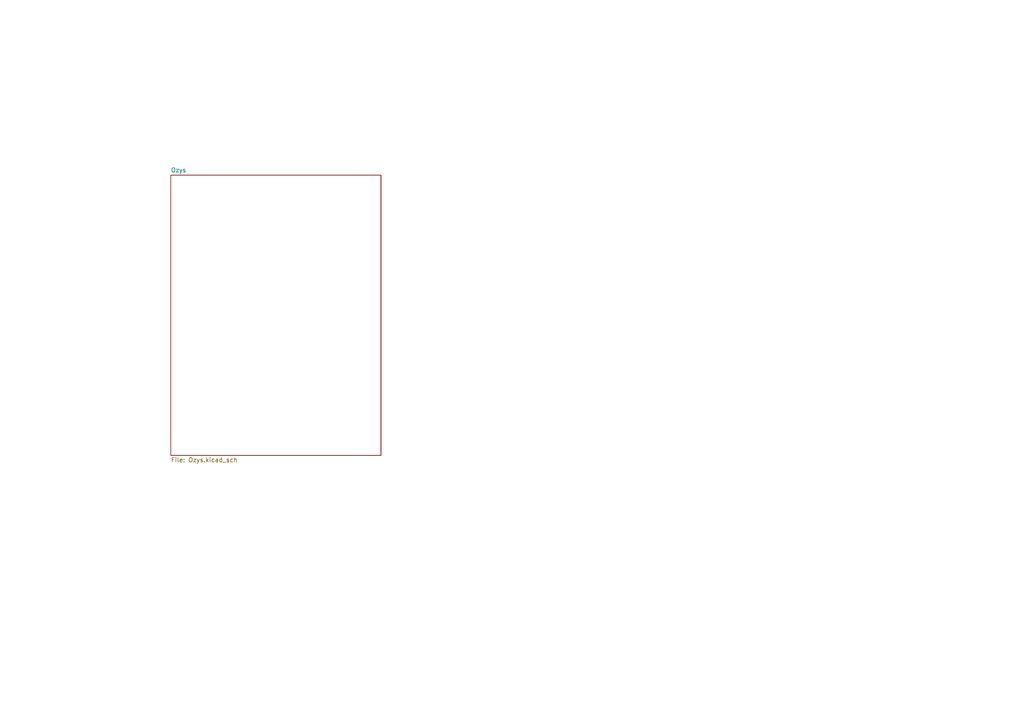
<source format=kicad_sch>
(kicad_sch
	(version 20231120)
	(generator "eeschema")
	(generator_version "8.0")
	(uuid "c13c867e-6e7c-48dd-82ed-469b98ba6beb")
	(paper "A4")
	(lib_symbols)
	(sheet
		(at 49.53 50.8)
		(size 60.96 81.28)
		(fields_autoplaced yes)
		(stroke
			(width 0.1524)
			(type solid)
		)
		(fill
			(color 0 0 0 0.0000)
		)
		(uuid "f6677e1d-2e58-46fd-b64d-3824f7e6308f")
		(property "Sheetname" "Ozys"
			(at 49.53 50.0884 0)
			(effects
				(font
					(size 1.27 1.27)
				)
				(justify left bottom)
			)
		)
		(property "Sheetfile" "Ozys.kicad_sch"
			(at 49.53 132.6646 0)
			(effects
				(font
					(size 1.27 1.27)
				)
				(justify left top)
			)
		)
		(instances
			(project "SG_PCB_V3_1"
				(path "/c13c867e-6e7c-48dd-82ed-469b98ba6beb"
					(page "2")
				)
			)
		)
	)
	(sheet_instances
		(path "/"
			(page "1")
		)
	)
)

</source>
